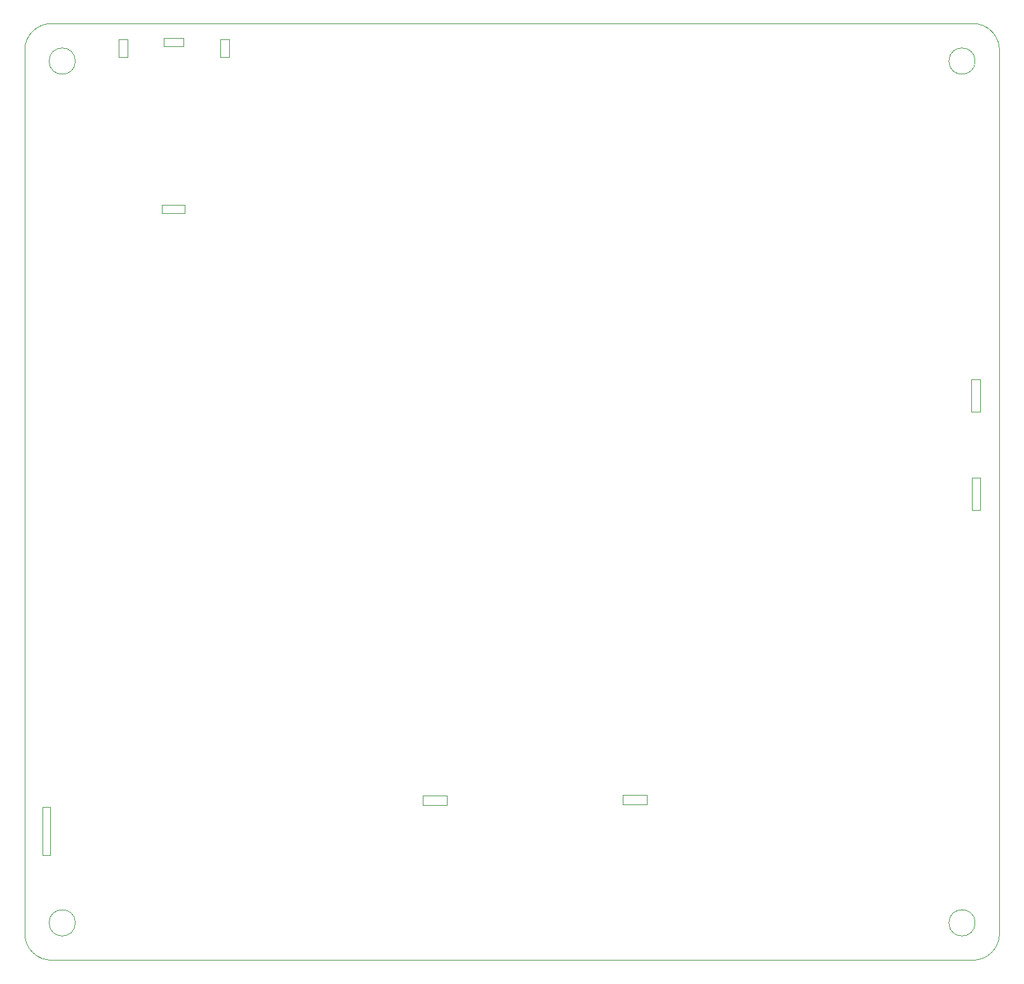
<source format=gm1>
G04 #@! TF.GenerationSoftware,KiCad,Pcbnew,7.0.2-0*
G04 #@! TF.CreationDate,2023-08-18T12:02:03+02:00*
G04 #@! TF.ProjectId,PCE,5043452e-6b69-4636-9164-5f7063625858,rev?*
G04 #@! TF.SameCoordinates,Original*
G04 #@! TF.FileFunction,Profile,NP*
%FSLAX46Y46*%
G04 Gerber Fmt 4.6, Leading zero omitted, Abs format (unit mm)*
G04 Created by KiCad (PCBNEW 7.0.2-0) date 2023-08-18 12:02:03*
%MOMM*%
%LPD*%
G01*
G04 APERTURE LIST*
G04 #@! TA.AperFunction,Profile*
%ADD10C,0.100000*%
G04 #@! TD*
G04 #@! TA.AperFunction,Profile*
%ADD11C,0.050000*%
G04 #@! TD*
G04 APERTURE END LIST*
D10*
X213425000Y-31290241D02*
X90778348Y-31286893D01*
X113170000Y-33390000D02*
X114330000Y-33390000D01*
X114330000Y-35750000D01*
X113170000Y-35750000D01*
X113170000Y-33390000D01*
X105380000Y-55500000D02*
X108430000Y-55500000D01*
X108430000Y-56620000D01*
X105380000Y-56620000D01*
X105380000Y-55500000D01*
X105680000Y-33220000D02*
X108310000Y-33220000D01*
X108310000Y-34310000D01*
X105680000Y-34310000D01*
X105680000Y-33220000D01*
X90778348Y-31286899D02*
G75*
G03*
X87103348Y-34961893I-128348J-3546651D01*
G01*
X217100000Y-152608545D02*
X217100000Y-34965241D01*
X217099957Y-34965239D02*
G75*
G03*
X213425000Y-31290242I-3546657J128339D01*
G01*
X213424998Y-156283601D02*
G75*
G03*
X217099999Y-152608545I128302J3546701D01*
G01*
X87103348Y-34961893D02*
X87106696Y-152608545D01*
X87106654Y-152608543D02*
G75*
G03*
X90781696Y-156283545I3546646J-128357D01*
G01*
X166898200Y-134264400D02*
X170058200Y-134264400D01*
X170058200Y-135534400D01*
X166898200Y-135534400D01*
X166898200Y-134264400D01*
X90781696Y-156283545D02*
X213425000Y-156283545D01*
X140223000Y-134340600D02*
X143383000Y-134340600D01*
X143383000Y-135560600D01*
X140223000Y-135560600D01*
X140223000Y-134340600D01*
X213360000Y-78780000D02*
X214540000Y-78780000D01*
X214540000Y-83070000D01*
X213360000Y-83070000D01*
X213360000Y-78780000D01*
X99620000Y-33390000D02*
X100780000Y-33390000D01*
X100780000Y-35750000D01*
X99620000Y-35750000D01*
X99620000Y-33390000D01*
X213430000Y-91920000D02*
X214550000Y-91920000D01*
X214550000Y-96210000D01*
X213430000Y-96210000D01*
X213430000Y-91920000D01*
X89480000Y-135860000D02*
X90530000Y-135860000D01*
X90530000Y-142290000D01*
X89480000Y-142290000D01*
X89480000Y-135860000D01*
D11*
X213850000Y-151300000D02*
G75*
G03*
X213850000Y-151300000I-1750000J0D01*
G01*
X213850000Y-36300000D02*
G75*
G03*
X213850000Y-36300000I-1750000J0D01*
G01*
X93850000Y-151300000D02*
G75*
G03*
X93850000Y-151300000I-1750000J0D01*
G01*
X93850000Y-36300000D02*
G75*
G03*
X93850000Y-36300000I-1750000J0D01*
G01*
M02*

</source>
